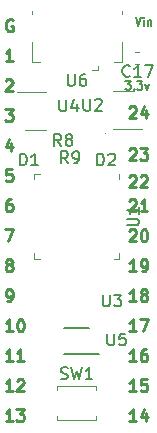
<source format=gbr>
G04 #@! TF.GenerationSoftware,KiCad,Pcbnew,5.0.1-33cea8e~68~ubuntu18.04.1*
G04 #@! TF.CreationDate,2018-11-09T20:27:09+01:00*
G04 #@! TF.ProjectId,Tiny-up5k,54696E792D7570356B2E6B696361645F,rev?*
G04 #@! TF.SameCoordinates,Original*
G04 #@! TF.FileFunction,Legend,Top*
G04 #@! TF.FilePolarity,Positive*
%FSLAX46Y46*%
G04 Gerber Fmt 4.6, Leading zero omitted, Abs format (unit mm)*
G04 Created by KiCad (PCBNEW 5.0.1-33cea8e~68~ubuntu18.04.1) date vr 09 nov 2018 20:27:09 CET*
%MOMM*%
%LPD*%
G01*
G04 APERTURE LIST*
%ADD10C,0.250000*%
%ADD11C,0.175000*%
%ADD12C,0.100000*%
%ADD13C,0.120000*%
%ADD14C,0.150000*%
G04 APERTURE END LIST*
D10*
X155603214Y-112577619D02*
X155650833Y-112530000D01*
X155746071Y-112482380D01*
X155984166Y-112482380D01*
X156079404Y-112530000D01*
X156127023Y-112577619D01*
X156174642Y-112672857D01*
X156174642Y-112768095D01*
X156127023Y-112910952D01*
X155555595Y-113482380D01*
X156174642Y-113482380D01*
X157127023Y-113482380D02*
X156555595Y-113482380D01*
X156841309Y-113482380D02*
X156841309Y-112482380D01*
X156746071Y-112625238D01*
X156650833Y-112720476D01*
X156555595Y-112768095D01*
D11*
X156116250Y-97080666D02*
X156349583Y-97780666D01*
X156582916Y-97080666D01*
X156816250Y-97780666D02*
X156816250Y-97314000D01*
X156816250Y-97080666D02*
X156782916Y-97114000D01*
X156816250Y-97147333D01*
X156849583Y-97114000D01*
X156816250Y-97080666D01*
X156816250Y-97147333D01*
X157149583Y-97314000D02*
X157149583Y-97780666D01*
X157149583Y-97380666D02*
X157182916Y-97347333D01*
X157249583Y-97314000D01*
X157349583Y-97314000D01*
X157416250Y-97347333D01*
X157449583Y-97414000D01*
X157449583Y-97780666D01*
X155266250Y-102486666D02*
X155699583Y-102486666D01*
X155466250Y-102753333D01*
X155566250Y-102753333D01*
X155632916Y-102786666D01*
X155666250Y-102820000D01*
X155699583Y-102886666D01*
X155699583Y-103053333D01*
X155666250Y-103120000D01*
X155632916Y-103153333D01*
X155566250Y-103186666D01*
X155366250Y-103186666D01*
X155299583Y-103153333D01*
X155266250Y-103120000D01*
X155999583Y-103120000D02*
X156032916Y-103153333D01*
X155999583Y-103186666D01*
X155966250Y-103153333D01*
X155999583Y-103120000D01*
X155999583Y-103186666D01*
X156266250Y-102486666D02*
X156699583Y-102486666D01*
X156466250Y-102753333D01*
X156566250Y-102753333D01*
X156632916Y-102786666D01*
X156666250Y-102820000D01*
X156699583Y-102886666D01*
X156699583Y-103053333D01*
X156666250Y-103120000D01*
X156632916Y-103153333D01*
X156566250Y-103186666D01*
X156366250Y-103186666D01*
X156299583Y-103153333D01*
X156266250Y-103120000D01*
X156932916Y-102720000D02*
X157099583Y-103186666D01*
X157266250Y-102720000D01*
D10*
X155603214Y-104703619D02*
X155650833Y-104656000D01*
X155746071Y-104608380D01*
X155984166Y-104608380D01*
X156079404Y-104656000D01*
X156127023Y-104703619D01*
X156174642Y-104798857D01*
X156174642Y-104894095D01*
X156127023Y-105036952D01*
X155555595Y-105608380D01*
X156174642Y-105608380D01*
X157031785Y-104941714D02*
X157031785Y-105608380D01*
X156793690Y-104560761D02*
X156555595Y-105275047D01*
X157174642Y-105275047D01*
X155603214Y-108259619D02*
X155650833Y-108212000D01*
X155746071Y-108164380D01*
X155984166Y-108164380D01*
X156079404Y-108212000D01*
X156127023Y-108259619D01*
X156174642Y-108354857D01*
X156174642Y-108450095D01*
X156127023Y-108592952D01*
X155555595Y-109164380D01*
X156174642Y-109164380D01*
X156507976Y-108164380D02*
X157127023Y-108164380D01*
X156793690Y-108545333D01*
X156936547Y-108545333D01*
X157031785Y-108592952D01*
X157079404Y-108640571D01*
X157127023Y-108735809D01*
X157127023Y-108973904D01*
X157079404Y-109069142D01*
X157031785Y-109116761D01*
X156936547Y-109164380D01*
X156650833Y-109164380D01*
X156555595Y-109116761D01*
X156507976Y-109069142D01*
X155603214Y-110545619D02*
X155650833Y-110498000D01*
X155746071Y-110450380D01*
X155984166Y-110450380D01*
X156079404Y-110498000D01*
X156127023Y-110545619D01*
X156174642Y-110640857D01*
X156174642Y-110736095D01*
X156127023Y-110878952D01*
X155555595Y-111450380D01*
X156174642Y-111450380D01*
X156555595Y-110545619D02*
X156603214Y-110498000D01*
X156698452Y-110450380D01*
X156936547Y-110450380D01*
X157031785Y-110498000D01*
X157079404Y-110545619D01*
X157127023Y-110640857D01*
X157127023Y-110736095D01*
X157079404Y-110878952D01*
X156507976Y-111450380D01*
X157127023Y-111450380D01*
X155603214Y-115117619D02*
X155650833Y-115070000D01*
X155746071Y-115022380D01*
X155984166Y-115022380D01*
X156079404Y-115070000D01*
X156127023Y-115117619D01*
X156174642Y-115212857D01*
X156174642Y-115308095D01*
X156127023Y-115450952D01*
X155555595Y-116022380D01*
X156174642Y-116022380D01*
X156793690Y-115022380D02*
X156888928Y-115022380D01*
X156984166Y-115070000D01*
X157031785Y-115117619D01*
X157079404Y-115212857D01*
X157127023Y-115403333D01*
X157127023Y-115641428D01*
X157079404Y-115831904D01*
X157031785Y-115927142D01*
X156984166Y-115974761D01*
X156888928Y-116022380D01*
X156793690Y-116022380D01*
X156698452Y-115974761D01*
X156650833Y-115927142D01*
X156603214Y-115831904D01*
X156555595Y-115641428D01*
X156555595Y-115403333D01*
X156603214Y-115212857D01*
X156650833Y-115117619D01*
X156698452Y-115070000D01*
X156793690Y-115022380D01*
X156174642Y-118562380D02*
X155603214Y-118562380D01*
X155888928Y-118562380D02*
X155888928Y-117562380D01*
X155793690Y-117705238D01*
X155698452Y-117800476D01*
X155603214Y-117848095D01*
X156650833Y-118562380D02*
X156841309Y-118562380D01*
X156936547Y-118514761D01*
X156984166Y-118467142D01*
X157079404Y-118324285D01*
X157127023Y-118133809D01*
X157127023Y-117752857D01*
X157079404Y-117657619D01*
X157031785Y-117610000D01*
X156936547Y-117562380D01*
X156746071Y-117562380D01*
X156650833Y-117610000D01*
X156603214Y-117657619D01*
X156555595Y-117752857D01*
X156555595Y-117990952D01*
X156603214Y-118086190D01*
X156650833Y-118133809D01*
X156746071Y-118181428D01*
X156936547Y-118181428D01*
X157031785Y-118133809D01*
X157079404Y-118086190D01*
X157127023Y-117990952D01*
X156174642Y-121102380D02*
X155603214Y-121102380D01*
X155888928Y-121102380D02*
X155888928Y-120102380D01*
X155793690Y-120245238D01*
X155698452Y-120340476D01*
X155603214Y-120388095D01*
X156746071Y-120530952D02*
X156650833Y-120483333D01*
X156603214Y-120435714D01*
X156555595Y-120340476D01*
X156555595Y-120292857D01*
X156603214Y-120197619D01*
X156650833Y-120150000D01*
X156746071Y-120102380D01*
X156936547Y-120102380D01*
X157031785Y-120150000D01*
X157079404Y-120197619D01*
X157127023Y-120292857D01*
X157127023Y-120340476D01*
X157079404Y-120435714D01*
X157031785Y-120483333D01*
X156936547Y-120530952D01*
X156746071Y-120530952D01*
X156650833Y-120578571D01*
X156603214Y-120626190D01*
X156555595Y-120721428D01*
X156555595Y-120911904D01*
X156603214Y-121007142D01*
X156650833Y-121054761D01*
X156746071Y-121102380D01*
X156936547Y-121102380D01*
X157031785Y-121054761D01*
X157079404Y-121007142D01*
X157127023Y-120911904D01*
X157127023Y-120721428D01*
X157079404Y-120626190D01*
X157031785Y-120578571D01*
X156936547Y-120530952D01*
X156174642Y-123642380D02*
X155603214Y-123642380D01*
X155888928Y-123642380D02*
X155888928Y-122642380D01*
X155793690Y-122785238D01*
X155698452Y-122880476D01*
X155603214Y-122928095D01*
X156507976Y-122642380D02*
X157174642Y-122642380D01*
X156746071Y-123642380D01*
X156174642Y-126182380D02*
X155603214Y-126182380D01*
X155888928Y-126182380D02*
X155888928Y-125182380D01*
X155793690Y-125325238D01*
X155698452Y-125420476D01*
X155603214Y-125468095D01*
X157031785Y-125182380D02*
X156841309Y-125182380D01*
X156746071Y-125230000D01*
X156698452Y-125277619D01*
X156603214Y-125420476D01*
X156555595Y-125610952D01*
X156555595Y-125991904D01*
X156603214Y-126087142D01*
X156650833Y-126134761D01*
X156746071Y-126182380D01*
X156936547Y-126182380D01*
X157031785Y-126134761D01*
X157079404Y-126087142D01*
X157127023Y-125991904D01*
X157127023Y-125753809D01*
X157079404Y-125658571D01*
X157031785Y-125610952D01*
X156936547Y-125563333D01*
X156746071Y-125563333D01*
X156650833Y-125610952D01*
X156603214Y-125658571D01*
X156555595Y-125753809D01*
X156174642Y-128722380D02*
X155603214Y-128722380D01*
X155888928Y-128722380D02*
X155888928Y-127722380D01*
X155793690Y-127865238D01*
X155698452Y-127960476D01*
X155603214Y-128008095D01*
X157079404Y-127722380D02*
X156603214Y-127722380D01*
X156555595Y-128198571D01*
X156603214Y-128150952D01*
X156698452Y-128103333D01*
X156936547Y-128103333D01*
X157031785Y-128150952D01*
X157079404Y-128198571D01*
X157127023Y-128293809D01*
X157127023Y-128531904D01*
X157079404Y-128627142D01*
X157031785Y-128674761D01*
X156936547Y-128722380D01*
X156698452Y-128722380D01*
X156603214Y-128674761D01*
X156555595Y-128627142D01*
X156174642Y-131262380D02*
X155603214Y-131262380D01*
X155888928Y-131262380D02*
X155888928Y-130262380D01*
X155793690Y-130405238D01*
X155698452Y-130500476D01*
X155603214Y-130548095D01*
X157031785Y-130595714D02*
X157031785Y-131262380D01*
X156793690Y-130214761D02*
X156555595Y-130929047D01*
X157174642Y-130929047D01*
X145704404Y-131262380D02*
X145132976Y-131262380D01*
X145418690Y-131262380D02*
X145418690Y-130262380D01*
X145323452Y-130405238D01*
X145228214Y-130500476D01*
X145132976Y-130548095D01*
X146037738Y-130262380D02*
X146656785Y-130262380D01*
X146323452Y-130643333D01*
X146466309Y-130643333D01*
X146561547Y-130690952D01*
X146609166Y-130738571D01*
X146656785Y-130833809D01*
X146656785Y-131071904D01*
X146609166Y-131167142D01*
X146561547Y-131214761D01*
X146466309Y-131262380D01*
X146180595Y-131262380D01*
X146085357Y-131214761D01*
X146037738Y-131167142D01*
X145704404Y-128722380D02*
X145132976Y-128722380D01*
X145418690Y-128722380D02*
X145418690Y-127722380D01*
X145323452Y-127865238D01*
X145228214Y-127960476D01*
X145132976Y-128008095D01*
X146085357Y-127817619D02*
X146132976Y-127770000D01*
X146228214Y-127722380D01*
X146466309Y-127722380D01*
X146561547Y-127770000D01*
X146609166Y-127817619D01*
X146656785Y-127912857D01*
X146656785Y-128008095D01*
X146609166Y-128150952D01*
X146037738Y-128722380D01*
X146656785Y-128722380D01*
X145704404Y-126182380D02*
X145132976Y-126182380D01*
X145418690Y-126182380D02*
X145418690Y-125182380D01*
X145323452Y-125325238D01*
X145228214Y-125420476D01*
X145132976Y-125468095D01*
X146656785Y-126182380D02*
X146085357Y-126182380D01*
X146371071Y-126182380D02*
X146371071Y-125182380D01*
X146275833Y-125325238D01*
X146180595Y-125420476D01*
X146085357Y-125468095D01*
X145704404Y-123642380D02*
X145132976Y-123642380D01*
X145418690Y-123642380D02*
X145418690Y-122642380D01*
X145323452Y-122785238D01*
X145228214Y-122880476D01*
X145132976Y-122928095D01*
X146323452Y-122642380D02*
X146418690Y-122642380D01*
X146513928Y-122690000D01*
X146561547Y-122737619D01*
X146609166Y-122832857D01*
X146656785Y-123023333D01*
X146656785Y-123261428D01*
X146609166Y-123451904D01*
X146561547Y-123547142D01*
X146513928Y-123594761D01*
X146418690Y-123642380D01*
X146323452Y-123642380D01*
X146228214Y-123594761D01*
X146180595Y-123547142D01*
X146132976Y-123451904D01*
X146085357Y-123261428D01*
X146085357Y-123023333D01*
X146132976Y-122832857D01*
X146180595Y-122737619D01*
X146228214Y-122690000D01*
X146323452Y-122642380D01*
X145228214Y-121102380D02*
X145418690Y-121102380D01*
X145513928Y-121054761D01*
X145561547Y-121007142D01*
X145656785Y-120864285D01*
X145704404Y-120673809D01*
X145704404Y-120292857D01*
X145656785Y-120197619D01*
X145609166Y-120150000D01*
X145513928Y-120102380D01*
X145323452Y-120102380D01*
X145228214Y-120150000D01*
X145180595Y-120197619D01*
X145132976Y-120292857D01*
X145132976Y-120530952D01*
X145180595Y-120626190D01*
X145228214Y-120673809D01*
X145323452Y-120721428D01*
X145513928Y-120721428D01*
X145609166Y-120673809D01*
X145656785Y-120626190D01*
X145704404Y-120530952D01*
X145323452Y-117990952D02*
X145228214Y-117943333D01*
X145180595Y-117895714D01*
X145132976Y-117800476D01*
X145132976Y-117752857D01*
X145180595Y-117657619D01*
X145228214Y-117610000D01*
X145323452Y-117562380D01*
X145513928Y-117562380D01*
X145609166Y-117610000D01*
X145656785Y-117657619D01*
X145704404Y-117752857D01*
X145704404Y-117800476D01*
X145656785Y-117895714D01*
X145609166Y-117943333D01*
X145513928Y-117990952D01*
X145323452Y-117990952D01*
X145228214Y-118038571D01*
X145180595Y-118086190D01*
X145132976Y-118181428D01*
X145132976Y-118371904D01*
X145180595Y-118467142D01*
X145228214Y-118514761D01*
X145323452Y-118562380D01*
X145513928Y-118562380D01*
X145609166Y-118514761D01*
X145656785Y-118467142D01*
X145704404Y-118371904D01*
X145704404Y-118181428D01*
X145656785Y-118086190D01*
X145609166Y-118038571D01*
X145513928Y-117990952D01*
X145085357Y-115022380D02*
X145752023Y-115022380D01*
X145323452Y-116022380D01*
X145609166Y-112482380D02*
X145418690Y-112482380D01*
X145323452Y-112530000D01*
X145275833Y-112577619D01*
X145180595Y-112720476D01*
X145132976Y-112910952D01*
X145132976Y-113291904D01*
X145180595Y-113387142D01*
X145228214Y-113434761D01*
X145323452Y-113482380D01*
X145513928Y-113482380D01*
X145609166Y-113434761D01*
X145656785Y-113387142D01*
X145704404Y-113291904D01*
X145704404Y-113053809D01*
X145656785Y-112958571D01*
X145609166Y-112910952D01*
X145513928Y-112863333D01*
X145323452Y-112863333D01*
X145228214Y-112910952D01*
X145180595Y-112958571D01*
X145132976Y-113053809D01*
X145656785Y-109942380D02*
X145180595Y-109942380D01*
X145132976Y-110418571D01*
X145180595Y-110370952D01*
X145275833Y-110323333D01*
X145513928Y-110323333D01*
X145609166Y-110370952D01*
X145656785Y-110418571D01*
X145704404Y-110513809D01*
X145704404Y-110751904D01*
X145656785Y-110847142D01*
X145609166Y-110894761D01*
X145513928Y-110942380D01*
X145275833Y-110942380D01*
X145180595Y-110894761D01*
X145132976Y-110847142D01*
X145609166Y-107735714D02*
X145609166Y-108402380D01*
X145371071Y-107354761D02*
X145132976Y-108069047D01*
X145752023Y-108069047D01*
X145085357Y-104862380D02*
X145704404Y-104862380D01*
X145371071Y-105243333D01*
X145513928Y-105243333D01*
X145609166Y-105290952D01*
X145656785Y-105338571D01*
X145704404Y-105433809D01*
X145704404Y-105671904D01*
X145656785Y-105767142D01*
X145609166Y-105814761D01*
X145513928Y-105862380D01*
X145228214Y-105862380D01*
X145132976Y-105814761D01*
X145085357Y-105767142D01*
X145132976Y-102417619D02*
X145180595Y-102370000D01*
X145275833Y-102322380D01*
X145513928Y-102322380D01*
X145609166Y-102370000D01*
X145656785Y-102417619D01*
X145704404Y-102512857D01*
X145704404Y-102608095D01*
X145656785Y-102750952D01*
X145085357Y-103322380D01*
X145704404Y-103322380D01*
X145704404Y-100782380D02*
X145132976Y-100782380D01*
X145418690Y-100782380D02*
X145418690Y-99782380D01*
X145323452Y-99925238D01*
X145228214Y-100020476D01*
X145132976Y-100068095D01*
X145704404Y-97290000D02*
X145609166Y-97242380D01*
X145466309Y-97242380D01*
X145323452Y-97290000D01*
X145228214Y-97385238D01*
X145180595Y-97480476D01*
X145132976Y-97670952D01*
X145132976Y-97813809D01*
X145180595Y-98004285D01*
X145228214Y-98099523D01*
X145323452Y-98194761D01*
X145466309Y-98242380D01*
X145561547Y-98242380D01*
X145704404Y-98194761D01*
X145752023Y-98147142D01*
X145752023Y-97813809D01*
X145561547Y-97813809D01*
D12*
G04 #@! TO.C,D1*
X147116000Y-106923500D02*
G75*
G03X147116000Y-106923500I-50000J0D01*
G01*
G04 #@! TO.C,D2*
X153593000Y-106923500D02*
G75*
G03X153593000Y-106923500I-50000J0D01*
G01*
D13*
G04 #@! TO.C,U2*
X154210000Y-106512000D02*
X156660000Y-106512000D01*
X156010000Y-103292000D02*
X154210000Y-103292000D01*
G04 #@! TO.C,U4*
X146758000Y-106573000D02*
X148558000Y-106573000D01*
X148558000Y-103353000D02*
X146108000Y-103353000D01*
G04 #@! TO.C,SW1*
X149480000Y-130823100D02*
X149480000Y-131123100D01*
X149480000Y-131123100D02*
X152780000Y-131123100D01*
X152780000Y-131123100D02*
X152780000Y-130823100D01*
X149480000Y-128623100D02*
X149480000Y-128323100D01*
X149480000Y-128323100D02*
X152780000Y-128323100D01*
X152780000Y-128323100D02*
X152780000Y-128623100D01*
D14*
G04 #@! TO.C,U5*
X152205000Y-123335000D02*
X150055000Y-123335000D01*
X153030000Y-125585000D02*
X150055000Y-125585000D01*
D13*
G04 #@! TO.C,U6*
X154959000Y-100844000D02*
X154299000Y-100844000D01*
X154959000Y-99114000D02*
X154959000Y-100844000D01*
X147339000Y-96544000D02*
X147339000Y-96754000D01*
X154959000Y-96544000D02*
X154959000Y-96754000D01*
X147339000Y-99114000D02*
X147339000Y-100844000D01*
X147339000Y-100844000D02*
X147989000Y-100844000D01*
X152909000Y-101544000D02*
X152459000Y-101544000D01*
X152909000Y-101544000D02*
X152909000Y-101154000D01*
G04 #@! TO.C,U1*
X154740000Y-117054000D02*
X154740000Y-117529000D01*
X154740000Y-117529000D02*
X154265000Y-117529000D01*
X147520000Y-110784000D02*
X147520000Y-110309000D01*
X147520000Y-110309000D02*
X147995000Y-110309000D01*
X147520000Y-117054000D02*
X147520000Y-117529000D01*
X147520000Y-117529000D02*
X147995000Y-117529000D01*
X154740000Y-110784000D02*
X154740000Y-110309000D01*
G04 #@! TO.C,C17*
X156047221Y-100010500D02*
X156372779Y-100010500D01*
X156047221Y-101030500D02*
X156372779Y-101030500D01*
G04 #@! TO.C,D1*
D14*
X146327904Y-109608880D02*
X146327904Y-108608880D01*
X146566000Y-108608880D01*
X146708857Y-108656500D01*
X146804095Y-108751738D01*
X146851714Y-108846976D01*
X146899333Y-109037452D01*
X146899333Y-109180309D01*
X146851714Y-109370785D01*
X146804095Y-109466023D01*
X146708857Y-109561261D01*
X146566000Y-109608880D01*
X146327904Y-109608880D01*
X147851714Y-109608880D02*
X147280285Y-109608880D01*
X147566000Y-109608880D02*
X147566000Y-108608880D01*
X147470761Y-108751738D01*
X147375523Y-108846976D01*
X147280285Y-108894595D01*
G04 #@! TO.C,D2*
X152868404Y-109608880D02*
X152868404Y-108608880D01*
X153106500Y-108608880D01*
X153249357Y-108656500D01*
X153344595Y-108751738D01*
X153392214Y-108846976D01*
X153439833Y-109037452D01*
X153439833Y-109180309D01*
X153392214Y-109370785D01*
X153344595Y-109466023D01*
X153249357Y-109561261D01*
X153106500Y-109608880D01*
X152868404Y-109608880D01*
X153820785Y-108704119D02*
X153868404Y-108656500D01*
X153963642Y-108608880D01*
X154201738Y-108608880D01*
X154296976Y-108656500D01*
X154344595Y-108704119D01*
X154392214Y-108799357D01*
X154392214Y-108894595D01*
X154344595Y-109037452D01*
X153773166Y-109608880D01*
X154392214Y-109608880D01*
G04 #@! TO.C,U2*
X151701595Y-103973380D02*
X151701595Y-104782904D01*
X151749214Y-104878142D01*
X151796833Y-104925761D01*
X151892071Y-104973380D01*
X152082547Y-104973380D01*
X152177785Y-104925761D01*
X152225404Y-104878142D01*
X152273023Y-104782904D01*
X152273023Y-103973380D01*
X152701595Y-104068619D02*
X152749214Y-104021000D01*
X152844452Y-103973380D01*
X153082547Y-103973380D01*
X153177785Y-104021000D01*
X153225404Y-104068619D01*
X153273023Y-104163857D01*
X153273023Y-104259095D01*
X153225404Y-104401952D01*
X152653976Y-104973380D01*
X153273023Y-104973380D01*
G04 #@! TO.C,U4*
X149669595Y-104036880D02*
X149669595Y-104846404D01*
X149717214Y-104941642D01*
X149764833Y-104989261D01*
X149860071Y-105036880D01*
X150050547Y-105036880D01*
X150145785Y-104989261D01*
X150193404Y-104941642D01*
X150241023Y-104846404D01*
X150241023Y-104036880D01*
X151145785Y-104370214D02*
X151145785Y-105036880D01*
X150907690Y-103989261D02*
X150669595Y-104703547D01*
X151288642Y-104703547D01*
G04 #@! TO.C,SW1*
X149790666Y-127658761D02*
X149933523Y-127706380D01*
X150171619Y-127706380D01*
X150266857Y-127658761D01*
X150314476Y-127611142D01*
X150362095Y-127515904D01*
X150362095Y-127420666D01*
X150314476Y-127325428D01*
X150266857Y-127277809D01*
X150171619Y-127230190D01*
X149981142Y-127182571D01*
X149885904Y-127134952D01*
X149838285Y-127087333D01*
X149790666Y-126992095D01*
X149790666Y-126896857D01*
X149838285Y-126801619D01*
X149885904Y-126754000D01*
X149981142Y-126706380D01*
X150219238Y-126706380D01*
X150362095Y-126754000D01*
X150695428Y-126706380D02*
X150933523Y-127706380D01*
X151124000Y-126992095D01*
X151314476Y-127706380D01*
X151552571Y-126706380D01*
X152457333Y-127706380D02*
X151885904Y-127706380D01*
X152171619Y-127706380D02*
X152171619Y-126706380D01*
X152076380Y-126849238D01*
X151981142Y-126944476D01*
X151885904Y-126992095D01*
G04 #@! TO.C,U5*
X153733595Y-123848880D02*
X153733595Y-124658404D01*
X153781214Y-124753642D01*
X153828833Y-124801261D01*
X153924071Y-124848880D01*
X154114547Y-124848880D01*
X154209785Y-124801261D01*
X154257404Y-124753642D01*
X154305023Y-124658404D01*
X154305023Y-123848880D01*
X155257404Y-123848880D02*
X154781214Y-123848880D01*
X154733595Y-124325071D01*
X154781214Y-124277452D01*
X154876452Y-124229833D01*
X155114547Y-124229833D01*
X155209785Y-124277452D01*
X155257404Y-124325071D01*
X155305023Y-124420309D01*
X155305023Y-124658404D01*
X155257404Y-124753642D01*
X155209785Y-124801261D01*
X155114547Y-124848880D01*
X154876452Y-124848880D01*
X154781214Y-124801261D01*
X154733595Y-124753642D01*
G04 #@! TO.C,U3*
X153352595Y-120546880D02*
X153352595Y-121356404D01*
X153400214Y-121451642D01*
X153447833Y-121499261D01*
X153543071Y-121546880D01*
X153733547Y-121546880D01*
X153828785Y-121499261D01*
X153876404Y-121451642D01*
X153924023Y-121356404D01*
X153924023Y-120546880D01*
X154304976Y-120546880D02*
X154924023Y-120546880D01*
X154590690Y-120927833D01*
X154733547Y-120927833D01*
X154828785Y-120975452D01*
X154876404Y-121023071D01*
X154924023Y-121118309D01*
X154924023Y-121356404D01*
X154876404Y-121451642D01*
X154828785Y-121499261D01*
X154733547Y-121546880D01*
X154447833Y-121546880D01*
X154352595Y-121499261D01*
X154304976Y-121451642D01*
G04 #@! TO.C,U6*
X150387095Y-101886380D02*
X150387095Y-102695904D01*
X150434714Y-102791142D01*
X150482333Y-102838761D01*
X150577571Y-102886380D01*
X150768047Y-102886380D01*
X150863285Y-102838761D01*
X150910904Y-102791142D01*
X150958523Y-102695904D01*
X150958523Y-101886380D01*
X151863285Y-101886380D02*
X151672809Y-101886380D01*
X151577571Y-101934000D01*
X151529952Y-101981619D01*
X151434714Y-102124476D01*
X151387095Y-102314952D01*
X151387095Y-102695904D01*
X151434714Y-102791142D01*
X151482333Y-102838761D01*
X151577571Y-102886380D01*
X151768047Y-102886380D01*
X151863285Y-102838761D01*
X151910904Y-102791142D01*
X151958523Y-102695904D01*
X151958523Y-102457809D01*
X151910904Y-102362571D01*
X151863285Y-102314952D01*
X151768047Y-102267333D01*
X151577571Y-102267333D01*
X151482333Y-102314952D01*
X151434714Y-102362571D01*
X151387095Y-102457809D01*
G04 #@! TO.C,U1*
X155402380Y-114680904D02*
X156211904Y-114680904D01*
X156307142Y-114633285D01*
X156354761Y-114585666D01*
X156402380Y-114490428D01*
X156402380Y-114299952D01*
X156354761Y-114204714D01*
X156307142Y-114157095D01*
X156211904Y-114109476D01*
X155402380Y-114109476D01*
X156402380Y-113109476D02*
X156402380Y-113680904D01*
X156402380Y-113395190D02*
X155402380Y-113395190D01*
X155545238Y-113490428D01*
X155640476Y-113585666D01*
X155688095Y-113680904D01*
G04 #@! TO.C,R8*
X149820333Y-107957880D02*
X149487000Y-107481690D01*
X149248904Y-107957880D02*
X149248904Y-106957880D01*
X149629857Y-106957880D01*
X149725095Y-107005500D01*
X149772714Y-107053119D01*
X149820333Y-107148357D01*
X149820333Y-107291214D01*
X149772714Y-107386452D01*
X149725095Y-107434071D01*
X149629857Y-107481690D01*
X149248904Y-107481690D01*
X150391761Y-107386452D02*
X150296523Y-107338833D01*
X150248904Y-107291214D01*
X150201285Y-107195976D01*
X150201285Y-107148357D01*
X150248904Y-107053119D01*
X150296523Y-107005500D01*
X150391761Y-106957880D01*
X150582238Y-106957880D01*
X150677476Y-107005500D01*
X150725095Y-107053119D01*
X150772714Y-107148357D01*
X150772714Y-107195976D01*
X150725095Y-107291214D01*
X150677476Y-107338833D01*
X150582238Y-107386452D01*
X150391761Y-107386452D01*
X150296523Y-107434071D01*
X150248904Y-107481690D01*
X150201285Y-107576928D01*
X150201285Y-107767404D01*
X150248904Y-107862642D01*
X150296523Y-107910261D01*
X150391761Y-107957880D01*
X150582238Y-107957880D01*
X150677476Y-107910261D01*
X150725095Y-107862642D01*
X150772714Y-107767404D01*
X150772714Y-107576928D01*
X150725095Y-107481690D01*
X150677476Y-107434071D01*
X150582238Y-107386452D01*
G04 #@! TO.C,R9*
X150391833Y-109418380D02*
X150058500Y-108942190D01*
X149820404Y-109418380D02*
X149820404Y-108418380D01*
X150201357Y-108418380D01*
X150296595Y-108466000D01*
X150344214Y-108513619D01*
X150391833Y-108608857D01*
X150391833Y-108751714D01*
X150344214Y-108846952D01*
X150296595Y-108894571D01*
X150201357Y-108942190D01*
X149820404Y-108942190D01*
X150868023Y-109418380D02*
X151058500Y-109418380D01*
X151153738Y-109370761D01*
X151201357Y-109323142D01*
X151296595Y-109180285D01*
X151344214Y-108989809D01*
X151344214Y-108608857D01*
X151296595Y-108513619D01*
X151248976Y-108466000D01*
X151153738Y-108418380D01*
X150963261Y-108418380D01*
X150868023Y-108466000D01*
X150820404Y-108513619D01*
X150772785Y-108608857D01*
X150772785Y-108846952D01*
X150820404Y-108942190D01*
X150868023Y-108989809D01*
X150963261Y-109037428D01*
X151153738Y-109037428D01*
X151248976Y-108989809D01*
X151296595Y-108942190D01*
X151344214Y-108846952D01*
G04 #@! TO.C,C17*
X155630642Y-102020642D02*
X155583023Y-102068261D01*
X155440166Y-102115880D01*
X155344928Y-102115880D01*
X155202071Y-102068261D01*
X155106833Y-101973023D01*
X155059214Y-101877785D01*
X155011595Y-101687309D01*
X155011595Y-101544452D01*
X155059214Y-101353976D01*
X155106833Y-101258738D01*
X155202071Y-101163500D01*
X155344928Y-101115880D01*
X155440166Y-101115880D01*
X155583023Y-101163500D01*
X155630642Y-101211119D01*
X156583023Y-102115880D02*
X156011595Y-102115880D01*
X156297309Y-102115880D02*
X156297309Y-101115880D01*
X156202071Y-101258738D01*
X156106833Y-101353976D01*
X156011595Y-101401595D01*
X156916357Y-101115880D02*
X157583023Y-101115880D01*
X157154452Y-102115880D01*
G04 #@! TD*
M02*

</source>
